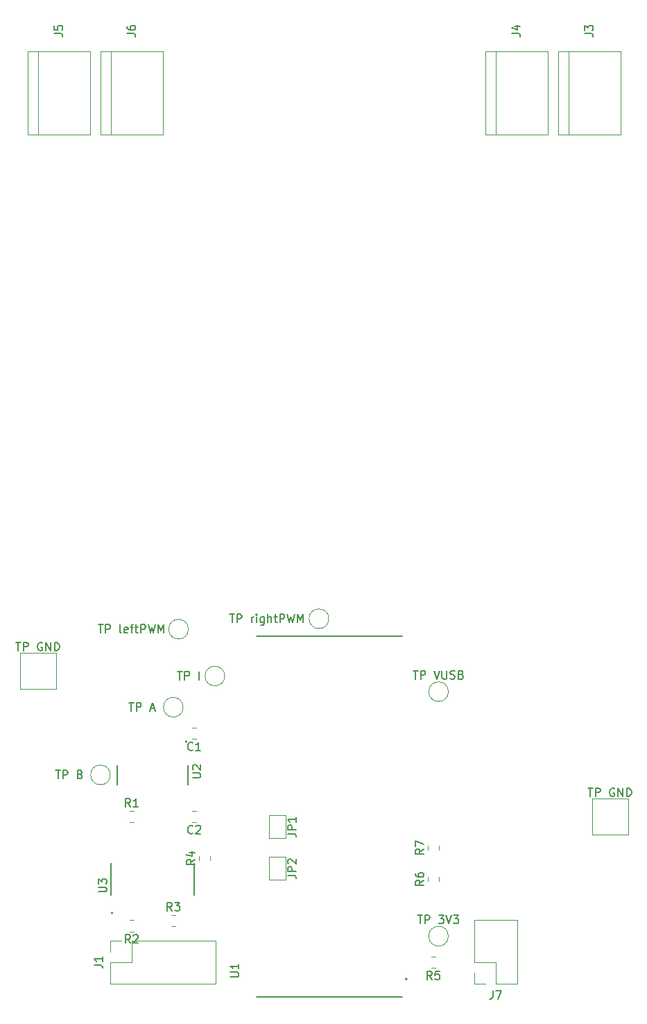
<source format=gbr>
G04 #@! TF.GenerationSoftware,KiCad,Pcbnew,5.1.5+dfsg1-2build2*
G04 #@! TF.CreationDate,2021-11-11T11:20:40+00:00*
G04 #@! TF.ProjectId,PIDController,50494443-6f6e-4747-926f-6c6c65722e6b,rev?*
G04 #@! TF.SameCoordinates,Original*
G04 #@! TF.FileFunction,Legend,Top*
G04 #@! TF.FilePolarity,Positive*
%FSLAX46Y46*%
G04 Gerber Fmt 4.6, Leading zero omitted, Abs format (unit mm)*
G04 Created by KiCad (PCBNEW 5.1.5+dfsg1-2build2) date 2021-11-11 11:20:40*
%MOMM*%
%LPD*%
G04 APERTURE LIST*
%ADD10C,0.120000*%
%ADD11C,0.200000*%
%ADD12C,0.127000*%
%ADD13C,0.150000*%
G04 APERTURE END LIST*
D10*
X135180000Y-136148578D02*
X135180000Y-135631422D01*
X136600000Y-136148578D02*
X136600000Y-135631422D01*
D11*
X124695000Y-142575000D02*
G75*
G03X124695000Y-142575000I-100000J0D01*
G01*
D12*
X124475000Y-140380000D02*
X124475000Y-136480000D01*
X134605000Y-140380000D02*
X134605000Y-136480000D01*
D10*
X180340000Y-47625000D02*
X180340000Y-37465000D01*
X179070000Y-47625000D02*
X186690000Y-47625000D01*
X186690000Y-47625000D02*
X186690000Y-37465000D01*
X186690000Y-37465000D02*
X179070000Y-37465000D01*
X179070000Y-37465000D02*
X179070000Y-47625000D01*
X170180000Y-37465000D02*
X170180000Y-47625000D01*
X177800000Y-37465000D02*
X170180000Y-37465000D01*
X177800000Y-47625000D02*
X177800000Y-37465000D01*
X170180000Y-47625000D02*
X177800000Y-47625000D01*
X171450000Y-47625000D02*
X171450000Y-37465000D01*
X115570000Y-47625000D02*
X115570000Y-37465000D01*
X114300000Y-47625000D02*
X121920000Y-47625000D01*
X121920000Y-47625000D02*
X121920000Y-37465000D01*
X121920000Y-37465000D02*
X114300000Y-37465000D01*
X114300000Y-37465000D02*
X114300000Y-47625000D01*
X123190000Y-37465000D02*
X123190000Y-47625000D01*
X130810000Y-37465000D02*
X123190000Y-37465000D01*
X130810000Y-47625000D02*
X130810000Y-37465000D01*
X123190000Y-47625000D02*
X130810000Y-47625000D01*
X124460000Y-47625000D02*
X124460000Y-37465000D01*
D12*
X160020000Y-108810000D02*
X142240000Y-108810000D01*
X142240000Y-152810000D02*
X160020000Y-152810000D01*
D11*
X160630000Y-150640000D02*
G75*
G03X160630000Y-150640000I-100000J0D01*
G01*
D12*
X125215000Y-124560000D02*
X125215000Y-126900000D01*
X133865000Y-124560000D02*
X133865000Y-126900000D01*
D11*
X133740000Y-121680000D02*
G75*
G03X133740000Y-121680000I-100000J0D01*
G01*
D10*
X124400000Y-151190000D02*
X124400000Y-148590000D01*
X124400000Y-151190000D02*
X137220000Y-151190000D01*
X137220000Y-151190000D02*
X137220000Y-145990000D01*
X127000000Y-145990000D02*
X137220000Y-145990000D01*
X127000000Y-148590000D02*
X127000000Y-145990000D01*
X124400000Y-148590000D02*
X127000000Y-148590000D01*
X124400000Y-145990000D02*
X125730000Y-145990000D01*
X124400000Y-147320000D02*
X124400000Y-145990000D01*
X174050000Y-151190000D02*
X171450000Y-151190000D01*
X174050000Y-151190000D02*
X174050000Y-143450000D01*
X174050000Y-143450000D02*
X168850000Y-143450000D01*
X168850000Y-148590000D02*
X168850000Y-143450000D01*
X171450000Y-148590000D02*
X168850000Y-148590000D01*
X171450000Y-151190000D02*
X171450000Y-148590000D01*
X168850000Y-151190000D02*
X168850000Y-149860000D01*
X170180000Y-151190000D02*
X168850000Y-151190000D01*
X145780000Y-130680000D02*
X145780000Y-133480000D01*
X145780000Y-133480000D02*
X143780000Y-133480000D01*
X143780000Y-133480000D02*
X143780000Y-130680000D01*
X143780000Y-130680000D02*
X145780000Y-130680000D01*
X143780000Y-135760000D02*
X145780000Y-135760000D01*
X143780000Y-138560000D02*
X143780000Y-135760000D01*
X145780000Y-138560000D02*
X143780000Y-138560000D01*
X145780000Y-135760000D02*
X145780000Y-138560000D01*
X133280000Y-117475000D02*
G75*
G03X133280000Y-117475000I-1200000J0D01*
G01*
X124390000Y-125730000D02*
G75*
G03X124390000Y-125730000I-1200000J0D01*
G01*
X138360000Y-113665000D02*
G75*
G03X138360000Y-113665000I-1200000J0D01*
G01*
X133915000Y-107950000D02*
G75*
G03X133915000Y-107950000I-1200000J0D01*
G01*
X151060000Y-106680000D02*
G75*
G03X151060000Y-106680000I-1200000J0D01*
G01*
X113370000Y-115230000D02*
X113370000Y-110830000D01*
X117770000Y-115230000D02*
X113370000Y-115230000D01*
X117770000Y-110830000D02*
X117770000Y-115230000D01*
X113370000Y-110830000D02*
X117770000Y-110830000D01*
X183220000Y-128610000D02*
X187620000Y-128610000D01*
X187620000Y-128610000D02*
X187620000Y-133010000D01*
X187620000Y-133010000D02*
X183220000Y-133010000D01*
X183220000Y-133010000D02*
X183220000Y-128610000D01*
X165665000Y-115570000D02*
G75*
G03X165665000Y-115570000I-1200000J0D01*
G01*
X165665000Y-145415000D02*
G75*
G03X165665000Y-145415000I-1200000J0D01*
G01*
X134878578Y-119940000D02*
X134361422Y-119940000D01*
X134878578Y-121360000D02*
X134361422Y-121360000D01*
X134878578Y-131520000D02*
X134361422Y-131520000D01*
X134878578Y-130100000D02*
X134361422Y-130100000D01*
X126741422Y-130100000D02*
X127258578Y-130100000D01*
X126741422Y-131520000D02*
X127258578Y-131520000D01*
X127258578Y-144855000D02*
X126741422Y-144855000D01*
X127258578Y-143435000D02*
X126741422Y-143435000D01*
X131821422Y-144220000D02*
X132338578Y-144220000D01*
X131821422Y-142800000D02*
X132338578Y-142800000D01*
X164088578Y-147880000D02*
X163571422Y-147880000D01*
X164088578Y-149300000D02*
X163571422Y-149300000D01*
X163120000Y-138688578D02*
X163120000Y-138171422D01*
X164540000Y-138688578D02*
X164540000Y-138171422D01*
X164540000Y-134878578D02*
X164540000Y-134361422D01*
X163120000Y-134878578D02*
X163120000Y-134361422D01*
D13*
X134692380Y-136056666D02*
X134216190Y-136390000D01*
X134692380Y-136628095D02*
X133692380Y-136628095D01*
X133692380Y-136247142D01*
X133740000Y-136151904D01*
X133787619Y-136104285D01*
X133882857Y-136056666D01*
X134025714Y-136056666D01*
X134120952Y-136104285D01*
X134168571Y-136151904D01*
X134216190Y-136247142D01*
X134216190Y-136628095D01*
X134025714Y-135199523D02*
X134692380Y-135199523D01*
X133644761Y-135437619D02*
X134359047Y-135675714D01*
X134359047Y-135056666D01*
X122957380Y-139986904D02*
X123766904Y-139986904D01*
X123862142Y-139939285D01*
X123909761Y-139891666D01*
X123957380Y-139796428D01*
X123957380Y-139605952D01*
X123909761Y-139510714D01*
X123862142Y-139463095D01*
X123766904Y-139415476D01*
X122957380Y-139415476D01*
X122957380Y-139034523D02*
X122957380Y-138415476D01*
X123338333Y-138748809D01*
X123338333Y-138605952D01*
X123385952Y-138510714D01*
X123433571Y-138463095D01*
X123528809Y-138415476D01*
X123766904Y-138415476D01*
X123862142Y-138463095D01*
X123909761Y-138510714D01*
X123957380Y-138605952D01*
X123957380Y-138891666D01*
X123909761Y-138986904D01*
X123862142Y-139034523D01*
X182332380Y-35258333D02*
X183046666Y-35258333D01*
X183189523Y-35305952D01*
X183284761Y-35401190D01*
X183332380Y-35544047D01*
X183332380Y-35639285D01*
X182332380Y-34877380D02*
X182332380Y-34258333D01*
X182713333Y-34591666D01*
X182713333Y-34448809D01*
X182760952Y-34353571D01*
X182808571Y-34305952D01*
X182903809Y-34258333D01*
X183141904Y-34258333D01*
X183237142Y-34305952D01*
X183284761Y-34353571D01*
X183332380Y-34448809D01*
X183332380Y-34734523D01*
X183284761Y-34829761D01*
X183237142Y-34877380D01*
X173442380Y-35258333D02*
X174156666Y-35258333D01*
X174299523Y-35305952D01*
X174394761Y-35401190D01*
X174442380Y-35544047D01*
X174442380Y-35639285D01*
X173775714Y-34353571D02*
X174442380Y-34353571D01*
X173394761Y-34591666D02*
X174109047Y-34829761D01*
X174109047Y-34210714D01*
X117562380Y-35258333D02*
X118276666Y-35258333D01*
X118419523Y-35305952D01*
X118514761Y-35401190D01*
X118562380Y-35544047D01*
X118562380Y-35639285D01*
X117562380Y-34305952D02*
X117562380Y-34782142D01*
X118038571Y-34829761D01*
X117990952Y-34782142D01*
X117943333Y-34686904D01*
X117943333Y-34448809D01*
X117990952Y-34353571D01*
X118038571Y-34305952D01*
X118133809Y-34258333D01*
X118371904Y-34258333D01*
X118467142Y-34305952D01*
X118514761Y-34353571D01*
X118562380Y-34448809D01*
X118562380Y-34686904D01*
X118514761Y-34782142D01*
X118467142Y-34829761D01*
X126452380Y-35258333D02*
X127166666Y-35258333D01*
X127309523Y-35305952D01*
X127404761Y-35401190D01*
X127452380Y-35544047D01*
X127452380Y-35639285D01*
X126452380Y-34353571D02*
X126452380Y-34544047D01*
X126500000Y-34639285D01*
X126547619Y-34686904D01*
X126690476Y-34782142D01*
X126880952Y-34829761D01*
X127261904Y-34829761D01*
X127357142Y-34782142D01*
X127404761Y-34734523D01*
X127452380Y-34639285D01*
X127452380Y-34448809D01*
X127404761Y-34353571D01*
X127357142Y-34305952D01*
X127261904Y-34258333D01*
X127023809Y-34258333D01*
X126928571Y-34305952D01*
X126880952Y-34353571D01*
X126833333Y-34448809D01*
X126833333Y-34639285D01*
X126880952Y-34734523D01*
X126928571Y-34782142D01*
X127023809Y-34829761D01*
X139057380Y-150396904D02*
X139866904Y-150396904D01*
X139962142Y-150349285D01*
X140009761Y-150301666D01*
X140057380Y-150206428D01*
X140057380Y-150015952D01*
X140009761Y-149920714D01*
X139962142Y-149873095D01*
X139866904Y-149825476D01*
X139057380Y-149825476D01*
X140057380Y-148825476D02*
X140057380Y-149396904D01*
X140057380Y-149111190D02*
X139057380Y-149111190D01*
X139200238Y-149206428D01*
X139295476Y-149301666D01*
X139343095Y-149396904D01*
X134427380Y-126066904D02*
X135236904Y-126066904D01*
X135332142Y-126019285D01*
X135379761Y-125971666D01*
X135427380Y-125876428D01*
X135427380Y-125685952D01*
X135379761Y-125590714D01*
X135332142Y-125543095D01*
X135236904Y-125495476D01*
X134427380Y-125495476D01*
X134522619Y-125066904D02*
X134475000Y-125019285D01*
X134427380Y-124924047D01*
X134427380Y-124685952D01*
X134475000Y-124590714D01*
X134522619Y-124543095D01*
X134617857Y-124495476D01*
X134713095Y-124495476D01*
X134855952Y-124543095D01*
X135427380Y-125114523D01*
X135427380Y-124495476D01*
X122412380Y-148923333D02*
X123126666Y-148923333D01*
X123269523Y-148970952D01*
X123364761Y-149066190D01*
X123412380Y-149209047D01*
X123412380Y-149304285D01*
X123412380Y-147923333D02*
X123412380Y-148494761D01*
X123412380Y-148209047D02*
X122412380Y-148209047D01*
X122555238Y-148304285D01*
X122650476Y-148399523D01*
X122698095Y-148494761D01*
X171116666Y-152082380D02*
X171116666Y-152796666D01*
X171069047Y-152939523D01*
X170973809Y-153034761D01*
X170830952Y-153082380D01*
X170735714Y-153082380D01*
X171497619Y-152082380D02*
X172164285Y-152082380D01*
X171735714Y-153082380D01*
X146032380Y-132913333D02*
X146746666Y-132913333D01*
X146889523Y-132960952D01*
X146984761Y-133056190D01*
X147032380Y-133199047D01*
X147032380Y-133294285D01*
X147032380Y-132437142D02*
X146032380Y-132437142D01*
X146032380Y-132056190D01*
X146080000Y-131960952D01*
X146127619Y-131913333D01*
X146222857Y-131865714D01*
X146365714Y-131865714D01*
X146460952Y-131913333D01*
X146508571Y-131960952D01*
X146556190Y-132056190D01*
X146556190Y-132437142D01*
X147032380Y-130913333D02*
X147032380Y-131484761D01*
X147032380Y-131199047D02*
X146032380Y-131199047D01*
X146175238Y-131294285D01*
X146270476Y-131389523D01*
X146318095Y-131484761D01*
X146032380Y-137993333D02*
X146746666Y-137993333D01*
X146889523Y-138040952D01*
X146984761Y-138136190D01*
X147032380Y-138279047D01*
X147032380Y-138374285D01*
X147032380Y-137517142D02*
X146032380Y-137517142D01*
X146032380Y-137136190D01*
X146080000Y-137040952D01*
X146127619Y-136993333D01*
X146222857Y-136945714D01*
X146365714Y-136945714D01*
X146460952Y-136993333D01*
X146508571Y-137040952D01*
X146556190Y-137136190D01*
X146556190Y-137517142D01*
X146127619Y-136564761D02*
X146080000Y-136517142D01*
X146032380Y-136421904D01*
X146032380Y-136183809D01*
X146080000Y-136088571D01*
X146127619Y-136040952D01*
X146222857Y-135993333D01*
X146318095Y-135993333D01*
X146460952Y-136040952D01*
X147032380Y-136612380D01*
X147032380Y-135993333D01*
X126674761Y-116927380D02*
X127246190Y-116927380D01*
X126960476Y-117927380D02*
X126960476Y-116927380D01*
X127579523Y-117927380D02*
X127579523Y-116927380D01*
X127960476Y-116927380D01*
X128055714Y-116975000D01*
X128103333Y-117022619D01*
X128150952Y-117117857D01*
X128150952Y-117260714D01*
X128103333Y-117355952D01*
X128055714Y-117403571D01*
X127960476Y-117451190D01*
X127579523Y-117451190D01*
X129293809Y-117641666D02*
X129770000Y-117641666D01*
X129198571Y-117927380D02*
X129531904Y-116927380D01*
X129865238Y-117927380D01*
X117713333Y-125182380D02*
X118284761Y-125182380D01*
X117999047Y-126182380D02*
X117999047Y-125182380D01*
X118618095Y-126182380D02*
X118618095Y-125182380D01*
X118999047Y-125182380D01*
X119094285Y-125230000D01*
X119141904Y-125277619D01*
X119189523Y-125372857D01*
X119189523Y-125515714D01*
X119141904Y-125610952D01*
X119094285Y-125658571D01*
X118999047Y-125706190D01*
X118618095Y-125706190D01*
X120713333Y-125658571D02*
X120856190Y-125706190D01*
X120903809Y-125753809D01*
X120951428Y-125849047D01*
X120951428Y-125991904D01*
X120903809Y-126087142D01*
X120856190Y-126134761D01*
X120760952Y-126182380D01*
X120380000Y-126182380D01*
X120380000Y-125182380D01*
X120713333Y-125182380D01*
X120808571Y-125230000D01*
X120856190Y-125277619D01*
X120903809Y-125372857D01*
X120903809Y-125468095D01*
X120856190Y-125563333D01*
X120808571Y-125610952D01*
X120713333Y-125658571D01*
X120380000Y-125658571D01*
X132580238Y-113117380D02*
X133151666Y-113117380D01*
X132865952Y-114117380D02*
X132865952Y-113117380D01*
X133485000Y-114117380D02*
X133485000Y-113117380D01*
X133865952Y-113117380D01*
X133961190Y-113165000D01*
X134008809Y-113212619D01*
X134056428Y-113307857D01*
X134056428Y-113450714D01*
X134008809Y-113545952D01*
X133961190Y-113593571D01*
X133865952Y-113641190D01*
X133485000Y-113641190D01*
X135246904Y-114117380D02*
X135246904Y-113117380D01*
X122928571Y-107402380D02*
X123500000Y-107402380D01*
X123214285Y-108402380D02*
X123214285Y-107402380D01*
X123833333Y-108402380D02*
X123833333Y-107402380D01*
X124214285Y-107402380D01*
X124309523Y-107450000D01*
X124357142Y-107497619D01*
X124404761Y-107592857D01*
X124404761Y-107735714D01*
X124357142Y-107830952D01*
X124309523Y-107878571D01*
X124214285Y-107926190D01*
X123833333Y-107926190D01*
X125738095Y-108402380D02*
X125642857Y-108354761D01*
X125595238Y-108259523D01*
X125595238Y-107402380D01*
X126500000Y-108354761D02*
X126404761Y-108402380D01*
X126214285Y-108402380D01*
X126119047Y-108354761D01*
X126071428Y-108259523D01*
X126071428Y-107878571D01*
X126119047Y-107783333D01*
X126214285Y-107735714D01*
X126404761Y-107735714D01*
X126500000Y-107783333D01*
X126547619Y-107878571D01*
X126547619Y-107973809D01*
X126071428Y-108069047D01*
X126833333Y-107735714D02*
X127214285Y-107735714D01*
X126976190Y-108402380D02*
X126976190Y-107545238D01*
X127023809Y-107450000D01*
X127119047Y-107402380D01*
X127214285Y-107402380D01*
X127404761Y-107735714D02*
X127785714Y-107735714D01*
X127547619Y-107402380D02*
X127547619Y-108259523D01*
X127595238Y-108354761D01*
X127690476Y-108402380D01*
X127785714Y-108402380D01*
X128119047Y-108402380D02*
X128119047Y-107402380D01*
X128500000Y-107402380D01*
X128595238Y-107450000D01*
X128642857Y-107497619D01*
X128690476Y-107592857D01*
X128690476Y-107735714D01*
X128642857Y-107830952D01*
X128595238Y-107878571D01*
X128500000Y-107926190D01*
X128119047Y-107926190D01*
X129023809Y-107402380D02*
X129261904Y-108402380D01*
X129452380Y-107688095D01*
X129642857Y-108402380D01*
X129880952Y-107402380D01*
X130261904Y-108402380D02*
X130261904Y-107402380D01*
X130595238Y-108116666D01*
X130928571Y-107402380D01*
X130928571Y-108402380D01*
X138962380Y-106132380D02*
X139533809Y-106132380D01*
X139248095Y-107132380D02*
X139248095Y-106132380D01*
X139867142Y-107132380D02*
X139867142Y-106132380D01*
X140248095Y-106132380D01*
X140343333Y-106180000D01*
X140390952Y-106227619D01*
X140438571Y-106322857D01*
X140438571Y-106465714D01*
X140390952Y-106560952D01*
X140343333Y-106608571D01*
X140248095Y-106656190D01*
X139867142Y-106656190D01*
X141629047Y-107132380D02*
X141629047Y-106465714D01*
X141629047Y-106656190D02*
X141676666Y-106560952D01*
X141724285Y-106513333D01*
X141819523Y-106465714D01*
X141914761Y-106465714D01*
X142248095Y-107132380D02*
X142248095Y-106465714D01*
X142248095Y-106132380D02*
X142200476Y-106180000D01*
X142248095Y-106227619D01*
X142295714Y-106180000D01*
X142248095Y-106132380D01*
X142248095Y-106227619D01*
X143152857Y-106465714D02*
X143152857Y-107275238D01*
X143105238Y-107370476D01*
X143057619Y-107418095D01*
X142962380Y-107465714D01*
X142819523Y-107465714D01*
X142724285Y-107418095D01*
X143152857Y-107084761D02*
X143057619Y-107132380D01*
X142867142Y-107132380D01*
X142771904Y-107084761D01*
X142724285Y-107037142D01*
X142676666Y-106941904D01*
X142676666Y-106656190D01*
X142724285Y-106560952D01*
X142771904Y-106513333D01*
X142867142Y-106465714D01*
X143057619Y-106465714D01*
X143152857Y-106513333D01*
X143629047Y-107132380D02*
X143629047Y-106132380D01*
X144057619Y-107132380D02*
X144057619Y-106608571D01*
X144010000Y-106513333D01*
X143914761Y-106465714D01*
X143771904Y-106465714D01*
X143676666Y-106513333D01*
X143629047Y-106560952D01*
X144390952Y-106465714D02*
X144771904Y-106465714D01*
X144533809Y-106132380D02*
X144533809Y-106989523D01*
X144581428Y-107084761D01*
X144676666Y-107132380D01*
X144771904Y-107132380D01*
X145105238Y-107132380D02*
X145105238Y-106132380D01*
X145486190Y-106132380D01*
X145581428Y-106180000D01*
X145629047Y-106227619D01*
X145676666Y-106322857D01*
X145676666Y-106465714D01*
X145629047Y-106560952D01*
X145581428Y-106608571D01*
X145486190Y-106656190D01*
X145105238Y-106656190D01*
X146010000Y-106132380D02*
X146248095Y-107132380D01*
X146438571Y-106418095D01*
X146629047Y-107132380D01*
X146867142Y-106132380D01*
X147248095Y-107132380D02*
X147248095Y-106132380D01*
X147581428Y-106846666D01*
X147914761Y-106132380D01*
X147914761Y-107132380D01*
X112879523Y-109584380D02*
X113450952Y-109584380D01*
X113165238Y-110584380D02*
X113165238Y-109584380D01*
X113784285Y-110584380D02*
X113784285Y-109584380D01*
X114165238Y-109584380D01*
X114260476Y-109632000D01*
X114308095Y-109679619D01*
X114355714Y-109774857D01*
X114355714Y-109917714D01*
X114308095Y-110012952D01*
X114260476Y-110060571D01*
X114165238Y-110108190D01*
X113784285Y-110108190D01*
X116070000Y-109632000D02*
X115974761Y-109584380D01*
X115831904Y-109584380D01*
X115689047Y-109632000D01*
X115593809Y-109727238D01*
X115546190Y-109822476D01*
X115498571Y-110012952D01*
X115498571Y-110155809D01*
X115546190Y-110346285D01*
X115593809Y-110441523D01*
X115689047Y-110536761D01*
X115831904Y-110584380D01*
X115927142Y-110584380D01*
X116070000Y-110536761D01*
X116117619Y-110489142D01*
X116117619Y-110155809D01*
X115927142Y-110155809D01*
X116546190Y-110584380D02*
X116546190Y-109584380D01*
X117117619Y-110584380D01*
X117117619Y-109584380D01*
X117593809Y-110584380D02*
X117593809Y-109584380D01*
X117831904Y-109584380D01*
X117974761Y-109632000D01*
X118070000Y-109727238D01*
X118117619Y-109822476D01*
X118165238Y-110012952D01*
X118165238Y-110155809D01*
X118117619Y-110346285D01*
X118070000Y-110441523D01*
X117974761Y-110536761D01*
X117831904Y-110584380D01*
X117593809Y-110584380D01*
X182729523Y-127364380D02*
X183300952Y-127364380D01*
X183015238Y-128364380D02*
X183015238Y-127364380D01*
X183634285Y-128364380D02*
X183634285Y-127364380D01*
X184015238Y-127364380D01*
X184110476Y-127412000D01*
X184158095Y-127459619D01*
X184205714Y-127554857D01*
X184205714Y-127697714D01*
X184158095Y-127792952D01*
X184110476Y-127840571D01*
X184015238Y-127888190D01*
X183634285Y-127888190D01*
X185920000Y-127412000D02*
X185824761Y-127364380D01*
X185681904Y-127364380D01*
X185539047Y-127412000D01*
X185443809Y-127507238D01*
X185396190Y-127602476D01*
X185348571Y-127792952D01*
X185348571Y-127935809D01*
X185396190Y-128126285D01*
X185443809Y-128221523D01*
X185539047Y-128316761D01*
X185681904Y-128364380D01*
X185777142Y-128364380D01*
X185920000Y-128316761D01*
X185967619Y-128269142D01*
X185967619Y-127935809D01*
X185777142Y-127935809D01*
X186396190Y-128364380D02*
X186396190Y-127364380D01*
X186967619Y-128364380D01*
X186967619Y-127364380D01*
X187443809Y-128364380D02*
X187443809Y-127364380D01*
X187681904Y-127364380D01*
X187824761Y-127412000D01*
X187920000Y-127507238D01*
X187967619Y-127602476D01*
X188015238Y-127792952D01*
X188015238Y-127935809D01*
X187967619Y-128126285D01*
X187920000Y-128221523D01*
X187824761Y-128316761D01*
X187681904Y-128364380D01*
X187443809Y-128364380D01*
X161369761Y-113024380D02*
X161941190Y-113024380D01*
X161655476Y-114024380D02*
X161655476Y-113024380D01*
X162274523Y-114024380D02*
X162274523Y-113024380D01*
X162655476Y-113024380D01*
X162750714Y-113072000D01*
X162798333Y-113119619D01*
X162845952Y-113214857D01*
X162845952Y-113357714D01*
X162798333Y-113452952D01*
X162750714Y-113500571D01*
X162655476Y-113548190D01*
X162274523Y-113548190D01*
X163893571Y-113024380D02*
X164226904Y-114024380D01*
X164560238Y-113024380D01*
X164893571Y-113024380D02*
X164893571Y-113833904D01*
X164941190Y-113929142D01*
X164988809Y-113976761D01*
X165084047Y-114024380D01*
X165274523Y-114024380D01*
X165369761Y-113976761D01*
X165417380Y-113929142D01*
X165465000Y-113833904D01*
X165465000Y-113024380D01*
X165893571Y-113976761D02*
X166036428Y-114024380D01*
X166274523Y-114024380D01*
X166369761Y-113976761D01*
X166417380Y-113929142D01*
X166465000Y-113833904D01*
X166465000Y-113738666D01*
X166417380Y-113643428D01*
X166369761Y-113595809D01*
X166274523Y-113548190D01*
X166084047Y-113500571D01*
X165988809Y-113452952D01*
X165941190Y-113405333D01*
X165893571Y-113310095D01*
X165893571Y-113214857D01*
X165941190Y-113119619D01*
X165988809Y-113072000D01*
X166084047Y-113024380D01*
X166322142Y-113024380D01*
X166465000Y-113072000D01*
X167226904Y-113500571D02*
X167369761Y-113548190D01*
X167417380Y-113595809D01*
X167465000Y-113691047D01*
X167465000Y-113833904D01*
X167417380Y-113929142D01*
X167369761Y-113976761D01*
X167274523Y-114024380D01*
X166893571Y-114024380D01*
X166893571Y-113024380D01*
X167226904Y-113024380D01*
X167322142Y-113072000D01*
X167369761Y-113119619D01*
X167417380Y-113214857D01*
X167417380Y-113310095D01*
X167369761Y-113405333D01*
X167322142Y-113452952D01*
X167226904Y-113500571D01*
X166893571Y-113500571D01*
X161917380Y-142869380D02*
X162488809Y-142869380D01*
X162203095Y-143869380D02*
X162203095Y-142869380D01*
X162822142Y-143869380D02*
X162822142Y-142869380D01*
X163203095Y-142869380D01*
X163298333Y-142917000D01*
X163345952Y-142964619D01*
X163393571Y-143059857D01*
X163393571Y-143202714D01*
X163345952Y-143297952D01*
X163298333Y-143345571D01*
X163203095Y-143393190D01*
X162822142Y-143393190D01*
X164488809Y-142869380D02*
X165107857Y-142869380D01*
X164774523Y-143250333D01*
X164917380Y-143250333D01*
X165012619Y-143297952D01*
X165060238Y-143345571D01*
X165107857Y-143440809D01*
X165107857Y-143678904D01*
X165060238Y-143774142D01*
X165012619Y-143821761D01*
X164917380Y-143869380D01*
X164631666Y-143869380D01*
X164536428Y-143821761D01*
X164488809Y-143774142D01*
X165393571Y-142869380D02*
X165726904Y-143869380D01*
X166060238Y-142869380D01*
X166298333Y-142869380D02*
X166917380Y-142869380D01*
X166584047Y-143250333D01*
X166726904Y-143250333D01*
X166822142Y-143297952D01*
X166869761Y-143345571D01*
X166917380Y-143440809D01*
X166917380Y-143678904D01*
X166869761Y-143774142D01*
X166822142Y-143821761D01*
X166726904Y-143869380D01*
X166441190Y-143869380D01*
X166345952Y-143821761D01*
X166298333Y-143774142D01*
X134453333Y-122657142D02*
X134405714Y-122704761D01*
X134262857Y-122752380D01*
X134167619Y-122752380D01*
X134024761Y-122704761D01*
X133929523Y-122609523D01*
X133881904Y-122514285D01*
X133834285Y-122323809D01*
X133834285Y-122180952D01*
X133881904Y-121990476D01*
X133929523Y-121895238D01*
X134024761Y-121800000D01*
X134167619Y-121752380D01*
X134262857Y-121752380D01*
X134405714Y-121800000D01*
X134453333Y-121847619D01*
X135405714Y-122752380D02*
X134834285Y-122752380D01*
X135120000Y-122752380D02*
X135120000Y-121752380D01*
X135024761Y-121895238D01*
X134929523Y-121990476D01*
X134834285Y-122038095D01*
X134453333Y-132817142D02*
X134405714Y-132864761D01*
X134262857Y-132912380D01*
X134167619Y-132912380D01*
X134024761Y-132864761D01*
X133929523Y-132769523D01*
X133881904Y-132674285D01*
X133834285Y-132483809D01*
X133834285Y-132340952D01*
X133881904Y-132150476D01*
X133929523Y-132055238D01*
X134024761Y-131960000D01*
X134167619Y-131912380D01*
X134262857Y-131912380D01*
X134405714Y-131960000D01*
X134453333Y-132007619D01*
X134834285Y-132007619D02*
X134881904Y-131960000D01*
X134977142Y-131912380D01*
X135215238Y-131912380D01*
X135310476Y-131960000D01*
X135358095Y-132007619D01*
X135405714Y-132102857D01*
X135405714Y-132198095D01*
X135358095Y-132340952D01*
X134786666Y-132912380D01*
X135405714Y-132912380D01*
X126833333Y-129612380D02*
X126500000Y-129136190D01*
X126261904Y-129612380D02*
X126261904Y-128612380D01*
X126642857Y-128612380D01*
X126738095Y-128660000D01*
X126785714Y-128707619D01*
X126833333Y-128802857D01*
X126833333Y-128945714D01*
X126785714Y-129040952D01*
X126738095Y-129088571D01*
X126642857Y-129136190D01*
X126261904Y-129136190D01*
X127785714Y-129612380D02*
X127214285Y-129612380D01*
X127500000Y-129612380D02*
X127500000Y-128612380D01*
X127404761Y-128755238D01*
X127309523Y-128850476D01*
X127214285Y-128898095D01*
X126833333Y-146247380D02*
X126500000Y-145771190D01*
X126261904Y-146247380D02*
X126261904Y-145247380D01*
X126642857Y-145247380D01*
X126738095Y-145295000D01*
X126785714Y-145342619D01*
X126833333Y-145437857D01*
X126833333Y-145580714D01*
X126785714Y-145675952D01*
X126738095Y-145723571D01*
X126642857Y-145771190D01*
X126261904Y-145771190D01*
X127214285Y-145342619D02*
X127261904Y-145295000D01*
X127357142Y-145247380D01*
X127595238Y-145247380D01*
X127690476Y-145295000D01*
X127738095Y-145342619D01*
X127785714Y-145437857D01*
X127785714Y-145533095D01*
X127738095Y-145675952D01*
X127166666Y-146247380D01*
X127785714Y-146247380D01*
X131913333Y-142312380D02*
X131580000Y-141836190D01*
X131341904Y-142312380D02*
X131341904Y-141312380D01*
X131722857Y-141312380D01*
X131818095Y-141360000D01*
X131865714Y-141407619D01*
X131913333Y-141502857D01*
X131913333Y-141645714D01*
X131865714Y-141740952D01*
X131818095Y-141788571D01*
X131722857Y-141836190D01*
X131341904Y-141836190D01*
X132246666Y-141312380D02*
X132865714Y-141312380D01*
X132532380Y-141693333D01*
X132675238Y-141693333D01*
X132770476Y-141740952D01*
X132818095Y-141788571D01*
X132865714Y-141883809D01*
X132865714Y-142121904D01*
X132818095Y-142217142D01*
X132770476Y-142264761D01*
X132675238Y-142312380D01*
X132389523Y-142312380D01*
X132294285Y-142264761D01*
X132246666Y-142217142D01*
X163663333Y-150692380D02*
X163330000Y-150216190D01*
X163091904Y-150692380D02*
X163091904Y-149692380D01*
X163472857Y-149692380D01*
X163568095Y-149740000D01*
X163615714Y-149787619D01*
X163663333Y-149882857D01*
X163663333Y-150025714D01*
X163615714Y-150120952D01*
X163568095Y-150168571D01*
X163472857Y-150216190D01*
X163091904Y-150216190D01*
X164568095Y-149692380D02*
X164091904Y-149692380D01*
X164044285Y-150168571D01*
X164091904Y-150120952D01*
X164187142Y-150073333D01*
X164425238Y-150073333D01*
X164520476Y-150120952D01*
X164568095Y-150168571D01*
X164615714Y-150263809D01*
X164615714Y-150501904D01*
X164568095Y-150597142D01*
X164520476Y-150644761D01*
X164425238Y-150692380D01*
X164187142Y-150692380D01*
X164091904Y-150644761D01*
X164044285Y-150597142D01*
X162632380Y-138596666D02*
X162156190Y-138930000D01*
X162632380Y-139168095D02*
X161632380Y-139168095D01*
X161632380Y-138787142D01*
X161680000Y-138691904D01*
X161727619Y-138644285D01*
X161822857Y-138596666D01*
X161965714Y-138596666D01*
X162060952Y-138644285D01*
X162108571Y-138691904D01*
X162156190Y-138787142D01*
X162156190Y-139168095D01*
X161632380Y-137739523D02*
X161632380Y-137930000D01*
X161680000Y-138025238D01*
X161727619Y-138072857D01*
X161870476Y-138168095D01*
X162060952Y-138215714D01*
X162441904Y-138215714D01*
X162537142Y-138168095D01*
X162584761Y-138120476D01*
X162632380Y-138025238D01*
X162632380Y-137834761D01*
X162584761Y-137739523D01*
X162537142Y-137691904D01*
X162441904Y-137644285D01*
X162203809Y-137644285D01*
X162108571Y-137691904D01*
X162060952Y-137739523D01*
X162013333Y-137834761D01*
X162013333Y-138025238D01*
X162060952Y-138120476D01*
X162108571Y-138168095D01*
X162203809Y-138215714D01*
X162632380Y-134786666D02*
X162156190Y-135120000D01*
X162632380Y-135358095D02*
X161632380Y-135358095D01*
X161632380Y-134977142D01*
X161680000Y-134881904D01*
X161727619Y-134834285D01*
X161822857Y-134786666D01*
X161965714Y-134786666D01*
X162060952Y-134834285D01*
X162108571Y-134881904D01*
X162156190Y-134977142D01*
X162156190Y-135358095D01*
X161632380Y-134453333D02*
X161632380Y-133786666D01*
X162632380Y-134215238D01*
M02*

</source>
